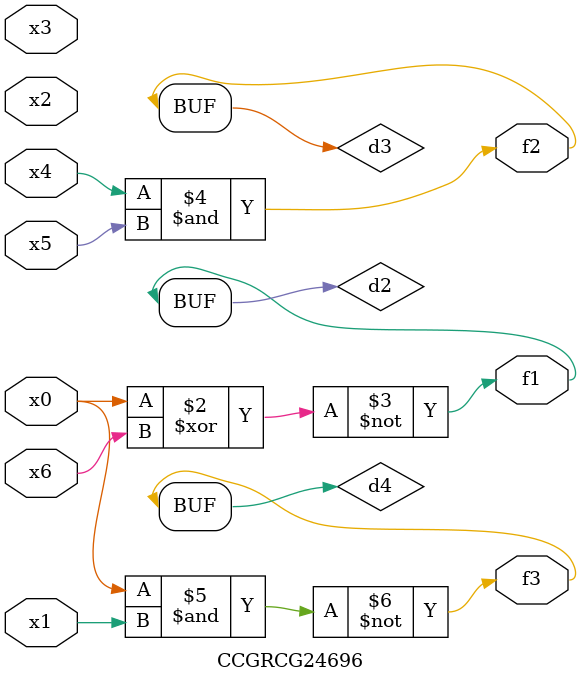
<source format=v>
module CCGRCG24696(
	input x0, x1, x2, x3, x4, x5, x6,
	output f1, f2, f3
);

	wire d1, d2, d3, d4;

	nor (d1, x0);
	xnor (d2, x0, x6);
	and (d3, x4, x5);
	nand (d4, x0, x1);
	assign f1 = d2;
	assign f2 = d3;
	assign f3 = d4;
endmodule

</source>
